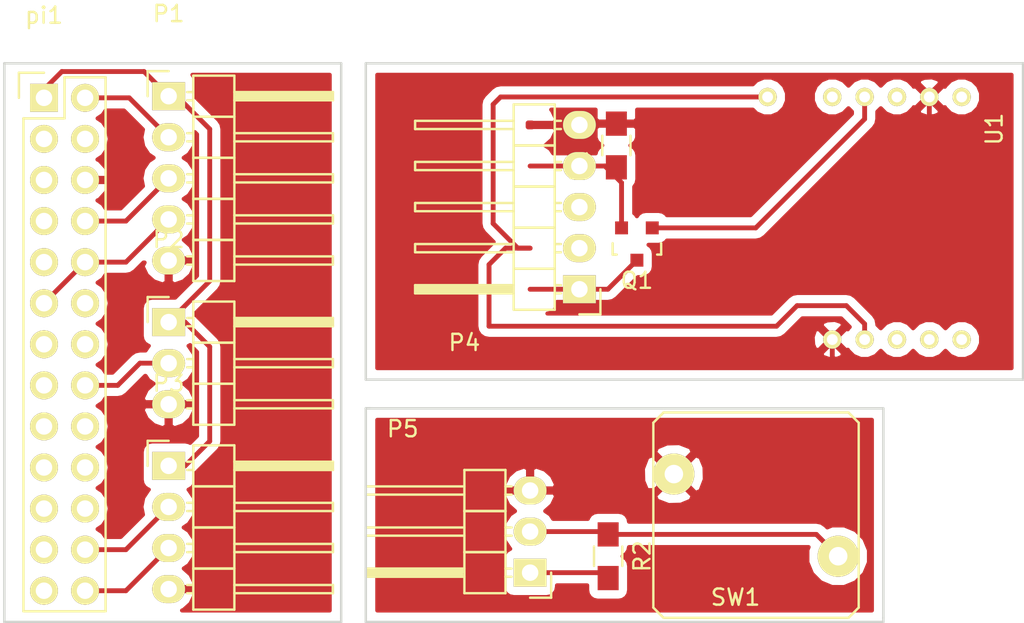
<source format=kicad_pcb>
(kicad_pcb (version 4) (host pcbnew 4.0.2+dfsg1-stable)

  (general
    (links 26)
    (no_connects 7)
    (area 108.800862 87.247 175.335001 126.059001)
    (thickness 1.6)
    (drawings 14)
    (tracks 73)
    (zones 0)
    (modules 11)
    (nets 41)
  )

  (page A4)
  (layers
    (0 F.Cu signal)
    (31 B.Cu signal)
    (32 B.Adhes user)
    (33 F.Adhes user)
    (34 B.Paste user)
    (35 F.Paste user)
    (36 B.SilkS user)
    (37 F.SilkS user)
    (38 B.Mask user)
    (39 F.Mask user)
    (40 Dwgs.User user)
    (41 Cmts.User user)
    (42 Eco1.User user)
    (43 Eco2.User user)
    (44 Edge.Cuts user)
    (45 Margin user)
    (46 B.CrtYd user)
    (47 F.CrtYd user)
    (48 B.Fab user)
    (49 F.Fab user)
  )

  (setup
    (last_trace_width 0.3)
    (trace_clearance 0.2)
    (zone_clearance 0.508)
    (zone_45_only no)
    (trace_min 0.2)
    (segment_width 0.2)
    (edge_width 0.15)
    (via_size 0.6)
    (via_drill 0.4)
    (via_min_size 0.4)
    (via_min_drill 0.3)
    (uvia_size 0.3)
    (uvia_drill 0.1)
    (uvias_allowed no)
    (uvia_min_size 0.2)
    (uvia_min_drill 0.1)
    (pcb_text_width 0.3)
    (pcb_text_size 1.5 1.5)
    (mod_edge_width 0.15)
    (mod_text_size 1 1)
    (mod_text_width 0.15)
    (pad_size 1.524 1.524)
    (pad_drill 0.762)
    (pad_to_mask_clearance 0.2)
    (aux_axis_origin 0 0)
    (visible_elements FFFFFF7F)
    (pcbplotparams
      (layerselection 0x01020_80000001)
      (usegerberextensions false)
      (excludeedgelayer true)
      (linewidth 0.100000)
      (plotframeref false)
      (viasonmask false)
      (mode 1)
      (useauxorigin false)
      (hpglpennumber 1)
      (hpglpenspeed 20)
      (hpglpendiameter 15)
      (hpglpenoverlay 2)
      (psnegative false)
      (psa4output false)
      (plotreference true)
      (plotvalue true)
      (plotinvisibletext false)
      (padsonsilk false)
      (subtractmaskfromsilk false)
      (outputformat 1)
      (mirror false)
      (drillshape 0)
      (scaleselection 1)
      (outputdirectory fabrication/))
  )

  (net 0 "")
  (net 1 +5V)
  (net 2 +3V3)
  (net 3 "Net-(P1-Pad3)")
  (net 4 /RX)
  (net 5 GND)
  (net 6 "Net-(P2-Pad2)")
  (net 7 "Net-(P3-Pad2)")
  (net 8 "Net-(P3-Pad3)")
  (net 9 /r3.3v)
  (net 10 "Net-(P4-Pad3)")
  (net 11 "Net-(P4-Pad4)")
  (net 12 "Net-(P4-Pad5)")
  (net 13 "Net-(P5-Pad1)")
  (net 14 "Net-(P5-Pad2)")
  (net 15 "Net-(P5-Pad3)")
  (net 16 "Net-(pi1-Pad3)")
  (net 17 "Net-(pi1-Pad4)")
  (net 18 "Net-(pi1-Pad5)")
  (net 19 "Net-(pi1-Pad7)")
  (net 20 "Net-(pi1-Pad9)")
  (net 21 "Net-(pi1-Pad12)")
  (net 22 "Net-(pi1-Pad13)")
  (net 23 "Net-(pi1-Pad14)")
  (net 24 "Net-(pi1-Pad15)")
  (net 25 "Net-(pi1-Pad17)")
  (net 26 "Net-(pi1-Pad18)")
  (net 27 "Net-(pi1-Pad19)")
  (net 28 "Net-(pi1-Pad20)")
  (net 29 "Net-(pi1-Pad21)")
  (net 30 "Net-(pi1-Pad22)")
  (net 31 "Net-(pi1-Pad23)")
  (net 32 "Net-(pi1-Pad25)")
  (net 33 "Net-(Q1-Pad1)")
  (net 34 "Net-(P4-Pad2)")
  (net 35 "Net-(U1-Pad6)")
  (net 36 "Net-(U1-Pad8)")
  (net 37 "Net-(U1-Pad10)")
  (net 38 "Net-(U1-Pad5)")
  (net 39 "Net-(U1-Pad4)")
  (net 40 "Net-(U1-Pad3)")

  (net_class Default "This is the default net class."
    (clearance 0.2)
    (trace_width 0.3)
    (via_dia 0.6)
    (via_drill 0.4)
    (uvia_dia 0.3)
    (uvia_drill 0.1)
    (add_net +3V3)
    (add_net +5V)
    (add_net /RX)
    (add_net /r3.3v)
    (add_net GND)
    (add_net "Net-(P1-Pad3)")
    (add_net "Net-(P2-Pad2)")
    (add_net "Net-(P3-Pad2)")
    (add_net "Net-(P3-Pad3)")
    (add_net "Net-(P4-Pad2)")
    (add_net "Net-(P4-Pad3)")
    (add_net "Net-(P4-Pad4)")
    (add_net "Net-(P4-Pad5)")
    (add_net "Net-(P5-Pad1)")
    (add_net "Net-(P5-Pad2)")
    (add_net "Net-(P5-Pad3)")
    (add_net "Net-(Q1-Pad1)")
    (add_net "Net-(U1-Pad10)")
    (add_net "Net-(U1-Pad3)")
    (add_net "Net-(U1-Pad4)")
    (add_net "Net-(U1-Pad5)")
    (add_net "Net-(U1-Pad6)")
    (add_net "Net-(U1-Pad8)")
    (add_net "Net-(pi1-Pad12)")
    (add_net "Net-(pi1-Pad13)")
    (add_net "Net-(pi1-Pad14)")
    (add_net "Net-(pi1-Pad15)")
    (add_net "Net-(pi1-Pad17)")
    (add_net "Net-(pi1-Pad18)")
    (add_net "Net-(pi1-Pad19)")
    (add_net "Net-(pi1-Pad20)")
    (add_net "Net-(pi1-Pad21)")
    (add_net "Net-(pi1-Pad22)")
    (add_net "Net-(pi1-Pad23)")
    (add_net "Net-(pi1-Pad25)")
    (add_net "Net-(pi1-Pad3)")
    (add_net "Net-(pi1-Pad4)")
    (add_net "Net-(pi1-Pad5)")
    (add_net "Net-(pi1-Pad7)")
    (add_net "Net-(pi1-Pad9)")
  )

  (module Pin_Headers:Pin_Header_Straight_2x13 (layer F.Cu) (tedit 0) (tstamp 57F05524)
    (at 111.6711 93.5736)
    (descr "Through hole pin header")
    (tags "pin header")
    (path /57F0190F)
    (fp_text reference pi1 (at 0 -5.1) (layer F.SilkS)
      (effects (font (size 1 1) (thickness 0.15)))
    )
    (fp_text value rpiPins (at 0 -3.1) (layer F.Fab)
      (effects (font (size 1 1) (thickness 0.15)))
    )
    (fp_line (start -1.75 -1.75) (end -1.75 32.25) (layer F.CrtYd) (width 0.05))
    (fp_line (start 4.3 -1.75) (end 4.3 32.25) (layer F.CrtYd) (width 0.05))
    (fp_line (start -1.75 -1.75) (end 4.3 -1.75) (layer F.CrtYd) (width 0.05))
    (fp_line (start -1.75 32.25) (end 4.3 32.25) (layer F.CrtYd) (width 0.05))
    (fp_line (start 3.81 -1.27) (end 3.81 31.75) (layer F.SilkS) (width 0.15))
    (fp_line (start -1.27 1.27) (end -1.27 31.75) (layer F.SilkS) (width 0.15))
    (fp_line (start 3.81 31.75) (end -1.27 31.75) (layer F.SilkS) (width 0.15))
    (fp_line (start 3.81 -1.27) (end 1.27 -1.27) (layer F.SilkS) (width 0.15))
    (fp_line (start 0 -1.55) (end -1.55 -1.55) (layer F.SilkS) (width 0.15))
    (fp_line (start 1.27 -1.27) (end 1.27 1.27) (layer F.SilkS) (width 0.15))
    (fp_line (start 1.27 1.27) (end -1.27 1.27) (layer F.SilkS) (width 0.15))
    (fp_line (start -1.55 -1.55) (end -1.55 0) (layer F.SilkS) (width 0.15))
    (pad 1 thru_hole rect (at 0 0) (size 1.7272 1.7272) (drill 1.016) (layers *.Cu *.Mask F.SilkS)
      (net 2 +3V3))
    (pad 2 thru_hole oval (at 2.54 0) (size 1.7272 1.7272) (drill 1.016) (layers *.Cu *.Mask F.SilkS)
      (net 1 +5V))
    (pad 3 thru_hole oval (at 0 2.54) (size 1.7272 1.7272) (drill 1.016) (layers *.Cu *.Mask F.SilkS)
      (net 16 "Net-(pi1-Pad3)"))
    (pad 4 thru_hole oval (at 2.54 2.54) (size 1.7272 1.7272) (drill 1.016) (layers *.Cu *.Mask F.SilkS)
      (net 17 "Net-(pi1-Pad4)"))
    (pad 5 thru_hole oval (at 0 5.08) (size 1.7272 1.7272) (drill 1.016) (layers *.Cu *.Mask F.SilkS)
      (net 18 "Net-(pi1-Pad5)"))
    (pad 6 thru_hole oval (at 2.54 5.08) (size 1.7272 1.7272) (drill 1.016) (layers *.Cu *.Mask F.SilkS)
      (net 5 GND))
    (pad 7 thru_hole oval (at 0 7.62) (size 1.7272 1.7272) (drill 1.016) (layers *.Cu *.Mask F.SilkS)
      (net 19 "Net-(pi1-Pad7)"))
    (pad 8 thru_hole oval (at 2.54 7.62) (size 1.7272 1.7272) (drill 1.016) (layers *.Cu *.Mask F.SilkS)
      (net 3 "Net-(P1-Pad3)"))
    (pad 9 thru_hole oval (at 0 10.16) (size 1.7272 1.7272) (drill 1.016) (layers *.Cu *.Mask F.SilkS)
      (net 20 "Net-(pi1-Pad9)"))
    (pad 10 thru_hole oval (at 2.54 10.16) (size 1.7272 1.7272) (drill 1.016) (layers *.Cu *.Mask F.SilkS)
      (net 4 /RX))
    (pad 11 thru_hole oval (at 0 12.7) (size 1.7272 1.7272) (drill 1.016) (layers *.Cu *.Mask F.SilkS)
      (net 4 /RX))
    (pad 12 thru_hole oval (at 2.54 12.7) (size 1.7272 1.7272) (drill 1.016) (layers *.Cu *.Mask F.SilkS)
      (net 21 "Net-(pi1-Pad12)"))
    (pad 13 thru_hole oval (at 0 15.24) (size 1.7272 1.7272) (drill 1.016) (layers *.Cu *.Mask F.SilkS)
      (net 22 "Net-(pi1-Pad13)"))
    (pad 14 thru_hole oval (at 2.54 15.24) (size 1.7272 1.7272) (drill 1.016) (layers *.Cu *.Mask F.SilkS)
      (net 23 "Net-(pi1-Pad14)"))
    (pad 15 thru_hole oval (at 0 17.78) (size 1.7272 1.7272) (drill 1.016) (layers *.Cu *.Mask F.SilkS)
      (net 24 "Net-(pi1-Pad15)"))
    (pad 16 thru_hole oval (at 2.54 17.78) (size 1.7272 1.7272) (drill 1.016) (layers *.Cu *.Mask F.SilkS)
      (net 6 "Net-(P2-Pad2)"))
    (pad 17 thru_hole oval (at 0 20.32) (size 1.7272 1.7272) (drill 1.016) (layers *.Cu *.Mask F.SilkS)
      (net 25 "Net-(pi1-Pad17)"))
    (pad 18 thru_hole oval (at 2.54 20.32) (size 1.7272 1.7272) (drill 1.016) (layers *.Cu *.Mask F.SilkS)
      (net 26 "Net-(pi1-Pad18)"))
    (pad 19 thru_hole oval (at 0 22.86) (size 1.7272 1.7272) (drill 1.016) (layers *.Cu *.Mask F.SilkS)
      (net 27 "Net-(pi1-Pad19)"))
    (pad 20 thru_hole oval (at 2.54 22.86) (size 1.7272 1.7272) (drill 1.016) (layers *.Cu *.Mask F.SilkS)
      (net 28 "Net-(pi1-Pad20)"))
    (pad 21 thru_hole oval (at 0 25.4) (size 1.7272 1.7272) (drill 1.016) (layers *.Cu *.Mask F.SilkS)
      (net 29 "Net-(pi1-Pad21)"))
    (pad 22 thru_hole oval (at 2.54 25.4) (size 1.7272 1.7272) (drill 1.016) (layers *.Cu *.Mask F.SilkS)
      (net 30 "Net-(pi1-Pad22)"))
    (pad 23 thru_hole oval (at 0 27.94) (size 1.7272 1.7272) (drill 1.016) (layers *.Cu *.Mask F.SilkS)
      (net 31 "Net-(pi1-Pad23)"))
    (pad 24 thru_hole oval (at 2.54 27.94) (size 1.7272 1.7272) (drill 1.016) (layers *.Cu *.Mask F.SilkS)
      (net 7 "Net-(P3-Pad2)"))
    (pad 25 thru_hole oval (at 0 30.48) (size 1.7272 1.7272) (drill 1.016) (layers *.Cu *.Mask F.SilkS)
      (net 32 "Net-(pi1-Pad25)"))
    (pad 26 thru_hole oval (at 2.54 30.48) (size 1.7272 1.7272) (drill 1.016) (layers *.Cu *.Mask F.SilkS)
      (net 8 "Net-(P3-Pad3)"))
    (model Pin_Headers.3dshapes/Pin_Header_Straight_2x13.wrl
      (at (xyz 0.05 -0.6 0))
      (scale (xyz 1 1 1))
      (rotate (xyz 0 0 90))
    )
  )

  (module Pin_Headers:Pin_Header_Angled_1x05 (layer F.Cu) (tedit 0) (tstamp 57F054E7)
    (at 119.38 93.472)
    (descr "Through hole pin header")
    (tags "pin header")
    (path /57EDDC69)
    (fp_text reference P1 (at 0 -5.1) (layer F.SilkS)
      (effects (font (size 1 1) (thickness 0.15)))
    )
    (fp_text value "RFID Reader" (at 0 -3.1) (layer F.Fab)
      (effects (font (size 1 1) (thickness 0.15)))
    )
    (fp_line (start -1.5 -1.75) (end -1.5 11.95) (layer F.CrtYd) (width 0.05))
    (fp_line (start 10.65 -1.75) (end 10.65 11.95) (layer F.CrtYd) (width 0.05))
    (fp_line (start -1.5 -1.75) (end 10.65 -1.75) (layer F.CrtYd) (width 0.05))
    (fp_line (start -1.5 11.95) (end 10.65 11.95) (layer F.CrtYd) (width 0.05))
    (fp_line (start -1.3 -1.55) (end -1.3 0) (layer F.SilkS) (width 0.15))
    (fp_line (start 0 -1.55) (end -1.3 -1.55) (layer F.SilkS) (width 0.15))
    (fp_line (start 4.191 -0.127) (end 10.033 -0.127) (layer F.SilkS) (width 0.15))
    (fp_line (start 10.033 -0.127) (end 10.033 0.127) (layer F.SilkS) (width 0.15))
    (fp_line (start 10.033 0.127) (end 4.191 0.127) (layer F.SilkS) (width 0.15))
    (fp_line (start 4.191 0.127) (end 4.191 0) (layer F.SilkS) (width 0.15))
    (fp_line (start 4.191 0) (end 10.033 0) (layer F.SilkS) (width 0.15))
    (fp_line (start 1.524 -0.254) (end 1.143 -0.254) (layer F.SilkS) (width 0.15))
    (fp_line (start 1.524 0.254) (end 1.143 0.254) (layer F.SilkS) (width 0.15))
    (fp_line (start 1.524 2.286) (end 1.143 2.286) (layer F.SilkS) (width 0.15))
    (fp_line (start 1.524 2.794) (end 1.143 2.794) (layer F.SilkS) (width 0.15))
    (fp_line (start 1.524 4.826) (end 1.143 4.826) (layer F.SilkS) (width 0.15))
    (fp_line (start 1.524 5.334) (end 1.143 5.334) (layer F.SilkS) (width 0.15))
    (fp_line (start 1.524 7.366) (end 1.143 7.366) (layer F.SilkS) (width 0.15))
    (fp_line (start 1.524 7.874) (end 1.143 7.874) (layer F.SilkS) (width 0.15))
    (fp_line (start 1.524 10.414) (end 1.143 10.414) (layer F.SilkS) (width 0.15))
    (fp_line (start 1.524 9.906) (end 1.143 9.906) (layer F.SilkS) (width 0.15))
    (fp_line (start 4.064 1.27) (end 4.064 -1.27) (layer F.SilkS) (width 0.15))
    (fp_line (start 10.16 0.254) (end 4.064 0.254) (layer F.SilkS) (width 0.15))
    (fp_line (start 10.16 -0.254) (end 10.16 0.254) (layer F.SilkS) (width 0.15))
    (fp_line (start 4.064 -0.254) (end 10.16 -0.254) (layer F.SilkS) (width 0.15))
    (fp_line (start 1.524 1.27) (end 4.064 1.27) (layer F.SilkS) (width 0.15))
    (fp_line (start 1.524 -1.27) (end 1.524 1.27) (layer F.SilkS) (width 0.15))
    (fp_line (start 1.524 -1.27) (end 4.064 -1.27) (layer F.SilkS) (width 0.15))
    (fp_line (start 1.524 3.81) (end 4.064 3.81) (layer F.SilkS) (width 0.15))
    (fp_line (start 1.524 3.81) (end 1.524 6.35) (layer F.SilkS) (width 0.15))
    (fp_line (start 1.524 6.35) (end 4.064 6.35) (layer F.SilkS) (width 0.15))
    (fp_line (start 4.064 4.826) (end 10.16 4.826) (layer F.SilkS) (width 0.15))
    (fp_line (start 10.16 4.826) (end 10.16 5.334) (layer F.SilkS) (width 0.15))
    (fp_line (start 10.16 5.334) (end 4.064 5.334) (layer F.SilkS) (width 0.15))
    (fp_line (start 4.064 6.35) (end 4.064 3.81) (layer F.SilkS) (width 0.15))
    (fp_line (start 4.064 3.81) (end 4.064 1.27) (layer F.SilkS) (width 0.15))
    (fp_line (start 10.16 2.794) (end 4.064 2.794) (layer F.SilkS) (width 0.15))
    (fp_line (start 10.16 2.286) (end 10.16 2.794) (layer F.SilkS) (width 0.15))
    (fp_line (start 4.064 2.286) (end 10.16 2.286) (layer F.SilkS) (width 0.15))
    (fp_line (start 1.524 3.81) (end 4.064 3.81) (layer F.SilkS) (width 0.15))
    (fp_line (start 1.524 1.27) (end 1.524 3.81) (layer F.SilkS) (width 0.15))
    (fp_line (start 1.524 1.27) (end 4.064 1.27) (layer F.SilkS) (width 0.15))
    (fp_line (start 1.524 8.89) (end 4.064 8.89) (layer F.SilkS) (width 0.15))
    (fp_line (start 1.524 8.89) (end 1.524 11.43) (layer F.SilkS) (width 0.15))
    (fp_line (start 1.524 11.43) (end 4.064 11.43) (layer F.SilkS) (width 0.15))
    (fp_line (start 4.064 9.906) (end 10.16 9.906) (layer F.SilkS) (width 0.15))
    (fp_line (start 10.16 9.906) (end 10.16 10.414) (layer F.SilkS) (width 0.15))
    (fp_line (start 10.16 10.414) (end 4.064 10.414) (layer F.SilkS) (width 0.15))
    (fp_line (start 4.064 11.43) (end 4.064 8.89) (layer F.SilkS) (width 0.15))
    (fp_line (start 4.064 8.89) (end 4.064 6.35) (layer F.SilkS) (width 0.15))
    (fp_line (start 10.16 7.874) (end 4.064 7.874) (layer F.SilkS) (width 0.15))
    (fp_line (start 10.16 7.366) (end 10.16 7.874) (layer F.SilkS) (width 0.15))
    (fp_line (start 4.064 7.366) (end 10.16 7.366) (layer F.SilkS) (width 0.15))
    (fp_line (start 1.524 8.89) (end 4.064 8.89) (layer F.SilkS) (width 0.15))
    (fp_line (start 1.524 6.35) (end 1.524 8.89) (layer F.SilkS) (width 0.15))
    (fp_line (start 1.524 6.35) (end 4.064 6.35) (layer F.SilkS) (width 0.15))
    (pad 1 thru_hole rect (at 0 0) (size 2.032 1.7272) (drill 1.016) (layers *.Cu *.Mask F.SilkS)
      (net 2 +3V3))
    (pad 2 thru_hole oval (at 0 2.54) (size 2.032 1.7272) (drill 1.016) (layers *.Cu *.Mask F.SilkS)
      (net 1 +5V))
    (pad 3 thru_hole oval (at 0 5.08) (size 2.032 1.7272) (drill 1.016) (layers *.Cu *.Mask F.SilkS)
      (net 3 "Net-(P1-Pad3)"))
    (pad 4 thru_hole oval (at 0 7.62) (size 2.032 1.7272) (drill 1.016) (layers *.Cu *.Mask F.SilkS)
      (net 4 /RX))
    (pad 5 thru_hole oval (at 0 10.16) (size 2.032 1.7272) (drill 1.016) (layers *.Cu *.Mask F.SilkS)
      (net 5 GND))
    (model Pin_Headers.3dshapes/Pin_Header_Angled_1x05.wrl
      (at (xyz 0 -0.2 0))
      (scale (xyz 1 1 1))
      (rotate (xyz 0 0 90))
    )
  )

  (module Pin_Headers:Pin_Header_Angled_1x03 (layer F.Cu) (tedit 0) (tstamp 57F054EE)
    (at 119.38 107.442)
    (descr "Through hole pin header")
    (tags "pin header")
    (path /57EDDED4)
    (fp_text reference P2 (at 0 -5.1) (layer F.SilkS)
      (effects (font (size 1 1) (thickness 0.15)))
    )
    (fp_text value "Lock Button" (at 0 -3.1) (layer F.Fab)
      (effects (font (size 1 1) (thickness 0.15)))
    )
    (fp_line (start -1.5 -1.75) (end -1.5 6.85) (layer F.CrtYd) (width 0.05))
    (fp_line (start 10.65 -1.75) (end 10.65 6.85) (layer F.CrtYd) (width 0.05))
    (fp_line (start -1.5 -1.75) (end 10.65 -1.75) (layer F.CrtYd) (width 0.05))
    (fp_line (start -1.5 6.85) (end 10.65 6.85) (layer F.CrtYd) (width 0.05))
    (fp_line (start -1.3 -1.55) (end -1.3 0) (layer F.SilkS) (width 0.15))
    (fp_line (start 0 -1.55) (end -1.3 -1.55) (layer F.SilkS) (width 0.15))
    (fp_line (start 4.191 -0.127) (end 10.033 -0.127) (layer F.SilkS) (width 0.15))
    (fp_line (start 10.033 -0.127) (end 10.033 0.127) (layer F.SilkS) (width 0.15))
    (fp_line (start 10.033 0.127) (end 4.191 0.127) (layer F.SilkS) (width 0.15))
    (fp_line (start 4.191 0.127) (end 4.191 0) (layer F.SilkS) (width 0.15))
    (fp_line (start 4.191 0) (end 10.033 0) (layer F.SilkS) (width 0.15))
    (fp_line (start 1.524 -0.254) (end 1.143 -0.254) (layer F.SilkS) (width 0.15))
    (fp_line (start 1.524 0.254) (end 1.143 0.254) (layer F.SilkS) (width 0.15))
    (fp_line (start 1.524 2.286) (end 1.143 2.286) (layer F.SilkS) (width 0.15))
    (fp_line (start 1.524 2.794) (end 1.143 2.794) (layer F.SilkS) (width 0.15))
    (fp_line (start 1.524 4.826) (end 1.143 4.826) (layer F.SilkS) (width 0.15))
    (fp_line (start 1.524 5.334) (end 1.143 5.334) (layer F.SilkS) (width 0.15))
    (fp_line (start 4.064 1.27) (end 4.064 -1.27) (layer F.SilkS) (width 0.15))
    (fp_line (start 10.16 0.254) (end 4.064 0.254) (layer F.SilkS) (width 0.15))
    (fp_line (start 10.16 -0.254) (end 10.16 0.254) (layer F.SilkS) (width 0.15))
    (fp_line (start 4.064 -0.254) (end 10.16 -0.254) (layer F.SilkS) (width 0.15))
    (fp_line (start 1.524 1.27) (end 4.064 1.27) (layer F.SilkS) (width 0.15))
    (fp_line (start 1.524 -1.27) (end 1.524 1.27) (layer F.SilkS) (width 0.15))
    (fp_line (start 1.524 -1.27) (end 4.064 -1.27) (layer F.SilkS) (width 0.15))
    (fp_line (start 1.524 3.81) (end 4.064 3.81) (layer F.SilkS) (width 0.15))
    (fp_line (start 1.524 3.81) (end 1.524 6.35) (layer F.SilkS) (width 0.15))
    (fp_line (start 4.064 4.826) (end 10.16 4.826) (layer F.SilkS) (width 0.15))
    (fp_line (start 10.16 4.826) (end 10.16 5.334) (layer F.SilkS) (width 0.15))
    (fp_line (start 10.16 5.334) (end 4.064 5.334) (layer F.SilkS) (width 0.15))
    (fp_line (start 4.064 6.35) (end 4.064 3.81) (layer F.SilkS) (width 0.15))
    (fp_line (start 4.064 3.81) (end 4.064 1.27) (layer F.SilkS) (width 0.15))
    (fp_line (start 10.16 2.794) (end 4.064 2.794) (layer F.SilkS) (width 0.15))
    (fp_line (start 10.16 2.286) (end 10.16 2.794) (layer F.SilkS) (width 0.15))
    (fp_line (start 4.064 2.286) (end 10.16 2.286) (layer F.SilkS) (width 0.15))
    (fp_line (start 1.524 3.81) (end 4.064 3.81) (layer F.SilkS) (width 0.15))
    (fp_line (start 1.524 1.27) (end 1.524 3.81) (layer F.SilkS) (width 0.15))
    (fp_line (start 1.524 1.27) (end 4.064 1.27) (layer F.SilkS) (width 0.15))
    (fp_line (start 1.524 6.35) (end 4.064 6.35) (layer F.SilkS) (width 0.15))
    (pad 1 thru_hole rect (at 0 0) (size 2.032 1.7272) (drill 1.016) (layers *.Cu *.Mask F.SilkS)
      (net 2 +3V3))
    (pad 2 thru_hole oval (at 0 2.54) (size 2.032 1.7272) (drill 1.016) (layers *.Cu *.Mask F.SilkS)
      (net 6 "Net-(P2-Pad2)"))
    (pad 3 thru_hole oval (at 0 5.08) (size 2.032 1.7272) (drill 1.016) (layers *.Cu *.Mask F.SilkS)
      (net 5 GND))
    (model Pin_Headers.3dshapes/Pin_Header_Angled_1x03.wrl
      (at (xyz 0 -0.1 0))
      (scale (xyz 1 1 1))
      (rotate (xyz 0 0 90))
    )
  )

  (module Pin_Headers:Pin_Header_Angled_1x04 (layer F.Cu) (tedit 0) (tstamp 57F054F6)
    (at 119.38 116.332)
    (descr "Through hole pin header")
    (tags "pin header")
    (path /57EDDDE7)
    (fp_text reference P3 (at 0 -5.1) (layer F.SilkS)
      (effects (font (size 1 1) (thickness 0.15)))
    )
    (fp_text value Lock/Unlock (at 0 -3.1) (layer F.Fab)
      (effects (font (size 1 1) (thickness 0.15)))
    )
    (fp_line (start -1.5 -1.75) (end -1.5 9.4) (layer F.CrtYd) (width 0.05))
    (fp_line (start 10.65 -1.75) (end 10.65 9.4) (layer F.CrtYd) (width 0.05))
    (fp_line (start -1.5 -1.75) (end 10.65 -1.75) (layer F.CrtYd) (width 0.05))
    (fp_line (start -1.5 9.4) (end 10.65 9.4) (layer F.CrtYd) (width 0.05))
    (fp_line (start -1.3 -1.55) (end -1.3 0) (layer F.SilkS) (width 0.15))
    (fp_line (start 0 -1.55) (end -1.3 -1.55) (layer F.SilkS) (width 0.15))
    (fp_line (start 4.191 -0.127) (end 10.033 -0.127) (layer F.SilkS) (width 0.15))
    (fp_line (start 10.033 -0.127) (end 10.033 0.127) (layer F.SilkS) (width 0.15))
    (fp_line (start 10.033 0.127) (end 4.191 0.127) (layer F.SilkS) (width 0.15))
    (fp_line (start 4.191 0.127) (end 4.191 0) (layer F.SilkS) (width 0.15))
    (fp_line (start 4.191 0) (end 10.033 0) (layer F.SilkS) (width 0.15))
    (fp_line (start 1.524 -0.254) (end 1.143 -0.254) (layer F.SilkS) (width 0.15))
    (fp_line (start 1.524 0.254) (end 1.143 0.254) (layer F.SilkS) (width 0.15))
    (fp_line (start 1.524 2.286) (end 1.143 2.286) (layer F.SilkS) (width 0.15))
    (fp_line (start 1.524 2.794) (end 1.143 2.794) (layer F.SilkS) (width 0.15))
    (fp_line (start 1.524 4.826) (end 1.143 4.826) (layer F.SilkS) (width 0.15))
    (fp_line (start 1.524 5.334) (end 1.143 5.334) (layer F.SilkS) (width 0.15))
    (fp_line (start 1.524 7.874) (end 1.143 7.874) (layer F.SilkS) (width 0.15))
    (fp_line (start 1.524 7.366) (end 1.143 7.366) (layer F.SilkS) (width 0.15))
    (fp_line (start 1.524 -1.27) (end 4.064 -1.27) (layer F.SilkS) (width 0.15))
    (fp_line (start 1.524 1.27) (end 4.064 1.27) (layer F.SilkS) (width 0.15))
    (fp_line (start 1.524 1.27) (end 1.524 3.81) (layer F.SilkS) (width 0.15))
    (fp_line (start 1.524 3.81) (end 4.064 3.81) (layer F.SilkS) (width 0.15))
    (fp_line (start 4.064 2.286) (end 10.16 2.286) (layer F.SilkS) (width 0.15))
    (fp_line (start 10.16 2.286) (end 10.16 2.794) (layer F.SilkS) (width 0.15))
    (fp_line (start 10.16 2.794) (end 4.064 2.794) (layer F.SilkS) (width 0.15))
    (fp_line (start 4.064 3.81) (end 4.064 1.27) (layer F.SilkS) (width 0.15))
    (fp_line (start 4.064 1.27) (end 4.064 -1.27) (layer F.SilkS) (width 0.15))
    (fp_line (start 10.16 0.254) (end 4.064 0.254) (layer F.SilkS) (width 0.15))
    (fp_line (start 10.16 -0.254) (end 10.16 0.254) (layer F.SilkS) (width 0.15))
    (fp_line (start 4.064 -0.254) (end 10.16 -0.254) (layer F.SilkS) (width 0.15))
    (fp_line (start 1.524 1.27) (end 4.064 1.27) (layer F.SilkS) (width 0.15))
    (fp_line (start 1.524 -1.27) (end 1.524 1.27) (layer F.SilkS) (width 0.15))
    (fp_line (start 1.524 6.35) (end 4.064 6.35) (layer F.SilkS) (width 0.15))
    (fp_line (start 1.524 6.35) (end 1.524 8.89) (layer F.SilkS) (width 0.15))
    (fp_line (start 1.524 8.89) (end 4.064 8.89) (layer F.SilkS) (width 0.15))
    (fp_line (start 4.064 7.366) (end 10.16 7.366) (layer F.SilkS) (width 0.15))
    (fp_line (start 10.16 7.366) (end 10.16 7.874) (layer F.SilkS) (width 0.15))
    (fp_line (start 10.16 7.874) (end 4.064 7.874) (layer F.SilkS) (width 0.15))
    (fp_line (start 4.064 8.89) (end 4.064 6.35) (layer F.SilkS) (width 0.15))
    (fp_line (start 4.064 6.35) (end 4.064 3.81) (layer F.SilkS) (width 0.15))
    (fp_line (start 10.16 5.334) (end 4.064 5.334) (layer F.SilkS) (width 0.15))
    (fp_line (start 10.16 4.826) (end 10.16 5.334) (layer F.SilkS) (width 0.15))
    (fp_line (start 4.064 4.826) (end 10.16 4.826) (layer F.SilkS) (width 0.15))
    (fp_line (start 1.524 6.35) (end 4.064 6.35) (layer F.SilkS) (width 0.15))
    (fp_line (start 1.524 3.81) (end 1.524 6.35) (layer F.SilkS) (width 0.15))
    (fp_line (start 1.524 3.81) (end 4.064 3.81) (layer F.SilkS) (width 0.15))
    (pad 1 thru_hole rect (at 0 0) (size 2.032 1.7272) (drill 1.016) (layers *.Cu *.Mask F.SilkS)
      (net 2 +3V3))
    (pad 2 thru_hole oval (at 0 2.54) (size 2.032 1.7272) (drill 1.016) (layers *.Cu *.Mask F.SilkS)
      (net 7 "Net-(P3-Pad2)"))
    (pad 3 thru_hole oval (at 0 5.08) (size 2.032 1.7272) (drill 1.016) (layers *.Cu *.Mask F.SilkS)
      (net 8 "Net-(P3-Pad3)"))
    (pad 4 thru_hole oval (at 0 7.62) (size 2.032 1.7272) (drill 1.016) (layers *.Cu *.Mask F.SilkS)
      (net 5 GND))
    (model Pin_Headers.3dshapes/Pin_Header_Angled_1x04.wrl
      (at (xyz 0 -0.15 0))
      (scale (xyz 1 1 1))
      (rotate (xyz 0 0 90))
    )
  )

  (module Pin_Headers:Pin_Header_Angled_1x05 (layer F.Cu) (tedit 5812BC3B) (tstamp 57F054FF)
    (at 144.78 105.41 180)
    (descr "Through hole pin header")
    (tags "pin header")
    (path /57EDEA73)
    (fp_text reference P4 (at 7.112 -3.302 180) (layer F.SilkS)
      (effects (font (size 1 1) (thickness 0.15)))
    )
    (fp_text value "RFID Reader" (at 0 -3.1 180) (layer F.Fab)
      (effects (font (size 1 1) (thickness 0.15)))
    )
    (fp_line (start -1.5 -1.75) (end -1.5 11.95) (layer F.CrtYd) (width 0.05))
    (fp_line (start 10.65 -1.75) (end 10.65 11.95) (layer F.CrtYd) (width 0.05))
    (fp_line (start -1.5 -1.75) (end 10.65 -1.75) (layer F.CrtYd) (width 0.05))
    (fp_line (start -1.5 11.95) (end 10.65 11.95) (layer F.CrtYd) (width 0.05))
    (fp_line (start -1.3 -1.55) (end -1.3 0) (layer F.SilkS) (width 0.15))
    (fp_line (start 0 -1.55) (end -1.3 -1.55) (layer F.SilkS) (width 0.15))
    (fp_line (start 4.191 -0.127) (end 10.033 -0.127) (layer F.SilkS) (width 0.15))
    (fp_line (start 10.033 -0.127) (end 10.033 0.127) (layer F.SilkS) (width 0.15))
    (fp_line (start 10.033 0.127) (end 4.191 0.127) (layer F.SilkS) (width 0.15))
    (fp_line (start 4.191 0.127) (end 4.191 0) (layer F.SilkS) (width 0.15))
    (fp_line (start 4.191 0) (end 10.033 0) (layer F.SilkS) (width 0.15))
    (fp_line (start 1.524 -0.254) (end 1.143 -0.254) (layer F.SilkS) (width 0.15))
    (fp_line (start 1.524 0.254) (end 1.143 0.254) (layer F.SilkS) (width 0.15))
    (fp_line (start 1.524 2.286) (end 1.143 2.286) (layer F.SilkS) (width 0.15))
    (fp_line (start 1.524 2.794) (end 1.143 2.794) (layer F.SilkS) (width 0.15))
    (fp_line (start 1.524 4.826) (end 1.143 4.826) (layer F.SilkS) (width 0.15))
    (fp_line (start 1.524 5.334) (end 1.143 5.334) (layer F.SilkS) (width 0.15))
    (fp_line (start 1.524 7.366) (end 1.143 7.366) (layer F.SilkS) (width 0.15))
    (fp_line (start 1.524 7.874) (end 1.143 7.874) (layer F.SilkS) (width 0.15))
    (fp_line (start 1.524 10.414) (end 1.143 10.414) (layer F.SilkS) (width 0.15))
    (fp_line (start 1.524 9.906) (end 1.143 9.906) (layer F.SilkS) (width 0.15))
    (fp_line (start 4.064 1.27) (end 4.064 -1.27) (layer F.SilkS) (width 0.15))
    (fp_line (start 10.16 0.254) (end 4.064 0.254) (layer F.SilkS) (width 0.15))
    (fp_line (start 10.16 -0.254) (end 10.16 0.254) (layer F.SilkS) (width 0.15))
    (fp_line (start 4.064 -0.254) (end 10.16 -0.254) (layer F.SilkS) (width 0.15))
    (fp_line (start 1.524 1.27) (end 4.064 1.27) (layer F.SilkS) (width 0.15))
    (fp_line (start 1.524 -1.27) (end 1.524 1.27) (layer F.SilkS) (width 0.15))
    (fp_line (start 1.524 -1.27) (end 4.064 -1.27) (layer F.SilkS) (width 0.15))
    (fp_line (start 1.524 3.81) (end 4.064 3.81) (layer F.SilkS) (width 0.15))
    (fp_line (start 1.524 3.81) (end 1.524 6.35) (layer F.SilkS) (width 0.15))
    (fp_line (start 1.524 6.35) (end 4.064 6.35) (layer F.SilkS) (width 0.15))
    (fp_line (start 4.064 4.826) (end 10.16 4.826) (layer F.SilkS) (width 0.15))
    (fp_line (start 10.16 4.826) (end 10.16 5.334) (layer F.SilkS) (width 0.15))
    (fp_line (start 10.16 5.334) (end 4.064 5.334) (layer F.SilkS) (width 0.15))
    (fp_line (start 4.064 6.35) (end 4.064 3.81) (layer F.SilkS) (width 0.15))
    (fp_line (start 4.064 3.81) (end 4.064 1.27) (layer F.SilkS) (width 0.15))
    (fp_line (start 10.16 2.794) (end 4.064 2.794) (layer F.SilkS) (width 0.15))
    (fp_line (start 10.16 2.286) (end 10.16 2.794) (layer F.SilkS) (width 0.15))
    (fp_line (start 4.064 2.286) (end 10.16 2.286) (layer F.SilkS) (width 0.15))
    (fp_line (start 1.524 3.81) (end 4.064 3.81) (layer F.SilkS) (width 0.15))
    (fp_line (start 1.524 1.27) (end 1.524 3.81) (layer F.SilkS) (width 0.15))
    (fp_line (start 1.524 1.27) (end 4.064 1.27) (layer F.SilkS) (width 0.15))
    (fp_line (start 1.524 8.89) (end 4.064 8.89) (layer F.SilkS) (width 0.15))
    (fp_line (start 1.524 8.89) (end 1.524 11.43) (layer F.SilkS) (width 0.15))
    (fp_line (start 1.524 11.43) (end 4.064 11.43) (layer F.SilkS) (width 0.15))
    (fp_line (start 4.064 9.906) (end 10.16 9.906) (layer F.SilkS) (width 0.15))
    (fp_line (start 10.16 9.906) (end 10.16 10.414) (layer F.SilkS) (width 0.15))
    (fp_line (start 10.16 10.414) (end 4.064 10.414) (layer F.SilkS) (width 0.15))
    (fp_line (start 4.064 11.43) (end 4.064 8.89) (layer F.SilkS) (width 0.15))
    (fp_line (start 4.064 8.89) (end 4.064 6.35) (layer F.SilkS) (width 0.15))
    (fp_line (start 10.16 7.874) (end 4.064 7.874) (layer F.SilkS) (width 0.15))
    (fp_line (start 10.16 7.366) (end 10.16 7.874) (layer F.SilkS) (width 0.15))
    (fp_line (start 4.064 7.366) (end 10.16 7.366) (layer F.SilkS) (width 0.15))
    (fp_line (start 1.524 8.89) (end 4.064 8.89) (layer F.SilkS) (width 0.15))
    (fp_line (start 1.524 6.35) (end 1.524 8.89) (layer F.SilkS) (width 0.15))
    (fp_line (start 1.524 6.35) (end 4.064 6.35) (layer F.SilkS) (width 0.15))
    (pad 1 thru_hole rect (at 0 0 180) (size 2.032 1.7272) (drill 1.016) (layers *.Cu *.Mask F.SilkS)
      (net 9 /r3.3v))
    (pad 2 thru_hole oval (at 0 2.54 180) (size 2.032 1.7272) (drill 1.016) (layers *.Cu *.Mask F.SilkS)
      (net 34 "Net-(P4-Pad2)"))
    (pad 3 thru_hole oval (at 0 5.08 180) (size 2.032 1.7272) (drill 1.016) (layers *.Cu *.Mask F.SilkS)
      (net 10 "Net-(P4-Pad3)"))
    (pad 4 thru_hole oval (at 0 7.62 180) (size 2.032 1.7272) (drill 1.016) (layers *.Cu *.Mask F.SilkS)
      (net 11 "Net-(P4-Pad4)"))
    (pad 5 thru_hole oval (at 0 10.16 180) (size 2.032 1.7272) (drill 1.016) (layers *.Cu *.Mask F.SilkS)
      (net 12 "Net-(P4-Pad5)"))
    (model Pin_Headers.3dshapes/Pin_Header_Angled_1x05.wrl
      (at (xyz 0 -0.2 0))
      (scale (xyz 1 1 1))
      (rotate (xyz 0 0 90))
    )
  )

  (module Pin_Headers:Pin_Header_Angled_1x03 (layer F.Cu) (tedit 5812BBDE) (tstamp 57F05506)
    (at 141.732 122.936 180)
    (descr "Through hole pin header")
    (tags "pin header")
    (path /57EDE86B)
    (fp_text reference P5 (at 7.874 8.89 180) (layer F.SilkS)
      (effects (font (size 1 1) (thickness 0.15)))
    )
    (fp_text value "Lock Button" (at 1.778 8.89 180) (layer F.Fab)
      (effects (font (size 1 1) (thickness 0.15)))
    )
    (fp_line (start -1.5 -1.75) (end -1.5 6.85) (layer F.CrtYd) (width 0.05))
    (fp_line (start 10.65 -1.75) (end 10.65 6.85) (layer F.CrtYd) (width 0.05))
    (fp_line (start -1.5 -1.75) (end 10.65 -1.75) (layer F.CrtYd) (width 0.05))
    (fp_line (start -1.5 6.85) (end 10.65 6.85) (layer F.CrtYd) (width 0.05))
    (fp_line (start -1.3 -1.55) (end -1.3 0) (layer F.SilkS) (width 0.15))
    (fp_line (start 0 -1.55) (end -1.3 -1.55) (layer F.SilkS) (width 0.15))
    (fp_line (start 4.191 -0.127) (end 10.033 -0.127) (layer F.SilkS) (width 0.15))
    (fp_line (start 10.033 -0.127) (end 10.033 0.127) (layer F.SilkS) (width 0.15))
    (fp_line (start 10.033 0.127) (end 4.191 0.127) (layer F.SilkS) (width 0.15))
    (fp_line (start 4.191 0.127) (end 4.191 0) (layer F.SilkS) (width 0.15))
    (fp_line (start 4.191 0) (end 10.033 0) (layer F.SilkS) (width 0.15))
    (fp_line (start 1.524 -0.254) (end 1.143 -0.254) (layer F.SilkS) (width 0.15))
    (fp_line (start 1.524 0.254) (end 1.143 0.254) (layer F.SilkS) (width 0.15))
    (fp_line (start 1.524 2.286) (end 1.143 2.286) (layer F.SilkS) (width 0.15))
    (fp_line (start 1.524 2.794) (end 1.143 2.794) (layer F.SilkS) (width 0.15))
    (fp_line (start 1.524 4.826) (end 1.143 4.826) (layer F.SilkS) (width 0.15))
    (fp_line (start 1.524 5.334) (end 1.143 5.334) (layer F.SilkS) (width 0.15))
    (fp_line (start 4.064 1.27) (end 4.064 -1.27) (layer F.SilkS) (width 0.15))
    (fp_line (start 10.16 0.254) (end 4.064 0.254) (layer F.SilkS) (width 0.15))
    (fp_line (start 10.16 -0.254) (end 10.16 0.254) (layer F.SilkS) (width 0.15))
    (fp_line (start 4.064 -0.254) (end 10.16 -0.254) (layer F.SilkS) (width 0.15))
    (fp_line (start 1.524 1.27) (end 4.064 1.27) (layer F.SilkS) (width 0.15))
    (fp_line (start 1.524 -1.27) (end 1.524 1.27) (layer F.SilkS) (width 0.15))
    (fp_line (start 1.524 -1.27) (end 4.064 -1.27) (layer F.SilkS) (width 0.15))
    (fp_line (start 1.524 3.81) (end 4.064 3.81) (layer F.SilkS) (width 0.15))
    (fp_line (start 1.524 3.81) (end 1.524 6.35) (layer F.SilkS) (width 0.15))
    (fp_line (start 4.064 4.826) (end 10.16 4.826) (layer F.SilkS) (width 0.15))
    (fp_line (start 10.16 4.826) (end 10.16 5.334) (layer F.SilkS) (width 0.15))
    (fp_line (start 10.16 5.334) (end 4.064 5.334) (layer F.SilkS) (width 0.15))
    (fp_line (start 4.064 6.35) (end 4.064 3.81) (layer F.SilkS) (width 0.15))
    (fp_line (start 4.064 3.81) (end 4.064 1.27) (layer F.SilkS) (width 0.15))
    (fp_line (start 10.16 2.794) (end 4.064 2.794) (layer F.SilkS) (width 0.15))
    (fp_line (start 10.16 2.286) (end 10.16 2.794) (layer F.SilkS) (width 0.15))
    (fp_line (start 4.064 2.286) (end 10.16 2.286) (layer F.SilkS) (width 0.15))
    (fp_line (start 1.524 3.81) (end 4.064 3.81) (layer F.SilkS) (width 0.15))
    (fp_line (start 1.524 1.27) (end 1.524 3.81) (layer F.SilkS) (width 0.15))
    (fp_line (start 1.524 1.27) (end 4.064 1.27) (layer F.SilkS) (width 0.15))
    (fp_line (start 1.524 6.35) (end 4.064 6.35) (layer F.SilkS) (width 0.15))
    (pad 1 thru_hole rect (at 0 0 180) (size 2.032 1.7272) (drill 1.016) (layers *.Cu *.Mask F.SilkS)
      (net 13 "Net-(P5-Pad1)"))
    (pad 2 thru_hole oval (at 0 2.54 180) (size 2.032 1.7272) (drill 1.016) (layers *.Cu *.Mask F.SilkS)
      (net 14 "Net-(P5-Pad2)"))
    (pad 3 thru_hole oval (at 0 5.08 180) (size 2.032 1.7272) (drill 1.016) (layers *.Cu *.Mask F.SilkS)
      (net 15 "Net-(P5-Pad3)"))
    (model Pin_Headers.3dshapes/Pin_Header_Angled_1x03.wrl
      (at (xyz 0 -0.1 0))
      (scale (xyz 1 1 1))
      (rotate (xyz 0 0 90))
    )
  )

  (module TO_SOT_Packages_SMD:SOT-23 (layer F.Cu) (tedit 5812BC2D) (tstamp 57F0552B)
    (at 148.336 102.616 180)
    (descr "SOT-23, Standard")
    (tags SOT-23)
    (path /57EFDCF1)
    (attr smd)
    (fp_text reference Q1 (at 0 -2.25 180) (layer F.SilkS)
      (effects (font (size 1 1) (thickness 0.15)))
    )
    (fp_text value BSS138 (at -4.064 -2.54 180) (layer F.Fab)
      (effects (font (size 1 1) (thickness 0.15)))
    )
    (fp_line (start -1.65 -1.6) (end 1.65 -1.6) (layer F.CrtYd) (width 0.05))
    (fp_line (start 1.65 -1.6) (end 1.65 1.6) (layer F.CrtYd) (width 0.05))
    (fp_line (start 1.65 1.6) (end -1.65 1.6) (layer F.CrtYd) (width 0.05))
    (fp_line (start -1.65 1.6) (end -1.65 -1.6) (layer F.CrtYd) (width 0.05))
    (fp_line (start 1.29916 -0.65024) (end 1.2509 -0.65024) (layer F.SilkS) (width 0.15))
    (fp_line (start -1.49982 0.0508) (end -1.49982 -0.65024) (layer F.SilkS) (width 0.15))
    (fp_line (start -1.49982 -0.65024) (end -1.2509 -0.65024) (layer F.SilkS) (width 0.15))
    (fp_line (start 1.29916 -0.65024) (end 1.49982 -0.65024) (layer F.SilkS) (width 0.15))
    (fp_line (start 1.49982 -0.65024) (end 1.49982 0.0508) (layer F.SilkS) (width 0.15))
    (pad 1 smd rect (at -0.95 1.00076 180) (size 0.8001 0.8001) (layers F.Cu F.Paste F.Mask)
      (net 33 "Net-(Q1-Pad1)"))
    (pad 2 smd rect (at 0.95 1.00076 180) (size 0.8001 0.8001) (layers F.Cu F.Paste F.Mask)
      (net 11 "Net-(P4-Pad4)"))
    (pad 3 smd rect (at 0 -0.99822 180) (size 0.8001 0.8001) (layers F.Cu F.Paste F.Mask)
      (net 9 /r3.3v))
    (model TO_SOT_Packages_SMD.3dshapes/SOT-23.wrl
      (at (xyz 0 0 0))
      (scale (xyz 1 1 1))
      (rotate (xyz 0 0 0))
    )
  )

  (module Resistors_SMD:R_0805_HandSoldering (layer F.Cu) (tedit 5812BC33) (tstamp 57F05531)
    (at 147.066 96.52 90)
    (descr "Resistor SMD 0805, hand soldering")
    (tags "resistor 0805")
    (path /57EFD821)
    (attr smd)
    (fp_text reference R1 (at -1.27 -2.286 90) (layer F.SilkS)
      (effects (font (size 1 1) (thickness 0.15)))
    )
    (fp_text value 1k (at 0 2.1 90) (layer F.Fab)
      (effects (font (size 1 1) (thickness 0.15)))
    )
    (fp_line (start -2.4 -1) (end 2.4 -1) (layer F.CrtYd) (width 0.05))
    (fp_line (start -2.4 1) (end 2.4 1) (layer F.CrtYd) (width 0.05))
    (fp_line (start -2.4 -1) (end -2.4 1) (layer F.CrtYd) (width 0.05))
    (fp_line (start 2.4 -1) (end 2.4 1) (layer F.CrtYd) (width 0.05))
    (fp_line (start 0.6 0.875) (end -0.6 0.875) (layer F.SilkS) (width 0.15))
    (fp_line (start -0.6 -0.875) (end 0.6 -0.875) (layer F.SilkS) (width 0.15))
    (pad 1 smd rect (at -1.35 0 90) (size 1.5 1.3) (layers F.Cu F.Paste F.Mask)
      (net 11 "Net-(P4-Pad4)"))
    (pad 2 smd rect (at 1.35 0 90) (size 1.5 1.3) (layers F.Cu F.Paste F.Mask)
      (net 12 "Net-(P4-Pad5)"))
    (model Resistors_SMD.3dshapes/R_0805_HandSoldering.wrl
      (at (xyz 0 0 0))
      (scale (xyz 1 1 1))
      (rotate (xyz 0 0 0))
    )
  )

  (module Resistors_SMD:R_0805_HandSoldering (layer F.Cu) (tedit 54189DEE) (tstamp 57F05537)
    (at 146.558 121.92 270)
    (descr "Resistor SMD 0805, hand soldering")
    (tags "resistor 0805")
    (path /57EFBD3E)
    (attr smd)
    (fp_text reference R2 (at 0 -2.1 270) (layer F.SilkS)
      (effects (font (size 1 1) (thickness 0.15)))
    )
    (fp_text value 1k (at 0 2.1 270) (layer F.Fab)
      (effects (font (size 1 1) (thickness 0.15)))
    )
    (fp_line (start -2.4 -1) (end 2.4 -1) (layer F.CrtYd) (width 0.05))
    (fp_line (start -2.4 1) (end 2.4 1) (layer F.CrtYd) (width 0.05))
    (fp_line (start -2.4 -1) (end -2.4 1) (layer F.CrtYd) (width 0.05))
    (fp_line (start 2.4 -1) (end 2.4 1) (layer F.CrtYd) (width 0.05))
    (fp_line (start 0.6 0.875) (end -0.6 0.875) (layer F.SilkS) (width 0.15))
    (fp_line (start -0.6 -0.875) (end 0.6 -0.875) (layer F.SilkS) (width 0.15))
    (pad 1 smd rect (at -1.35 0 270) (size 1.5 1.3) (layers F.Cu F.Paste F.Mask)
      (net 14 "Net-(P5-Pad2)"))
    (pad 2 smd rect (at 1.35 0 270) (size 1.5 1.3) (layers F.Cu F.Paste F.Mask)
      (net 13 "Net-(P5-Pad1)"))
    (model Resistors_SMD.3dshapes/R_0805_HandSoldering.wrl
      (at (xyz 0 0 0))
      (scale (xyz 1 1 1))
      (rotate (xyz 0 0 0))
    )
  )

  (module Buttons_Switches_ThroughHole:SW_PUSH (layer F.Cu) (tedit 0) (tstamp 58129B21)
    (at 155.702 119.38 180)
    (descr "Bouton poussoir")
    (tags "SWITCH DEV")
    (path /57EDE441)
    (fp_text reference SW1 (at 1.27 -5.08 180) (layer F.SilkS)
      (effects (font (size 1 1) (thickness 0.15)))
    )
    (fp_text value SW_PUSH (at 0 0 180) (layer F.Fab)
      (effects (font (size 1 1) (thickness 0.15)))
    )
    (fp_line (start 6.35 -5.715) (end 6.35 5.715) (layer F.SilkS) (width 0.15))
    (fp_line (start 6.35 5.715) (end 5.715 6.35) (layer F.SilkS) (width 0.15))
    (fp_line (start 5.715 6.35) (end -5.715 6.35) (layer F.SilkS) (width 0.15))
    (fp_line (start -5.715 6.35) (end -6.35 5.715) (layer F.SilkS) (width 0.15))
    (fp_line (start -6.35 5.715) (end -6.35 -5.715) (layer F.SilkS) (width 0.15))
    (fp_line (start -5.715 -6.35) (end 5.715 -6.35) (layer F.SilkS) (width 0.15))
    (fp_line (start 5.715 -6.35) (end 6.35 -5.715) (layer F.SilkS) (width 0.15))
    (fp_line (start -6.35 -5.715) (end -5.715 -6.35) (layer F.SilkS) (width 0.15))
    (pad 1 thru_hole circle (at -5.08 -2.54 180) (size 2.54 2.54) (drill 1.143) (layers *.Cu *.Mask F.SilkS)
      (net 14 "Net-(P5-Pad2)"))
    (pad 2 thru_hole circle (at 5.08 2.54 180) (size 2.54 2.54) (drill 1.143) (layers *.Cu *.Mask F.SilkS)
      (net 15 "Net-(P5-Pad3)"))
    (model Buttons_Switches_ThroughHole.3dshapes/SW_PUSH.wrl
      (at (xyz 0 0 0))
      (scale (xyz 1 1 1))
      (rotate (xyz 0 0 0))
    )
  )

  (module hackDoor:rfid-id12 (layer F.Cu) (tedit 5812BC31) (tstamp 5812B7F4)
    (at 169.418 96.52 270)
    (path /57EDED30)
    (fp_text reference U1 (at -1.016 -1.016 270) (layer F.SilkS)
      (effects (font (size 1 1) (thickness 0.15)))
    )
    (fp_text value RFID-ID12 (at 5 -1 270) (layer F.Fab)
      (effects (font (size 1 1) (thickness 0.15)))
    )
    (pad 6 thru_hole circle (at -3 1 270) (size 1.13 1.13) (drill 0.67) (layers *.Cu *.Mask F.SilkS)
      (net 35 "Net-(U1-Pad6)"))
    (pad 7 thru_hole circle (at -3 3 270) (size 1.13 1.13) (drill 0.67) (layers *.Cu *.Mask F.SilkS)
      (net 12 "Net-(P4-Pad5)"))
    (pad 8 thru_hole circle (at -3 5 270) (size 1.13 1.13) (drill 0.67) (layers *.Cu *.Mask F.SilkS)
      (net 36 "Net-(U1-Pad8)"))
    (pad 9 thru_hole circle (at -3 7 270) (size 1.13 1.13) (drill 0.67) (layers *.Cu *.Mask F.SilkS)
      (net 33 "Net-(Q1-Pad1)"))
    (pad 10 thru_hole circle (at -3 9 270) (size 1.13 1.13) (drill 0.67) (layers *.Cu *.Mask F.SilkS)
      (net 37 "Net-(U1-Pad10)"))
    (pad 11 thru_hole circle (at -3 13 270) (size 1.13 1.13) (drill 0.67) (layers *.Cu *.Mask F.SilkS)
      (net 34 "Net-(P4-Pad2)"))
    (pad 5 thru_hole circle (at 12 1 270) (size 1.13 1.13) (drill 0.67) (layers *.Cu *.Mask F.SilkS)
      (net 38 "Net-(U1-Pad5)"))
    (pad 4 thru_hole circle (at 12 3 270) (size 1.13 1.13) (drill 0.67) (layers *.Cu *.Mask F.SilkS)
      (net 39 "Net-(U1-Pad4)"))
    (pad 3 thru_hole circle (at 12 5 270) (size 1.13 1.13) (drill 0.67) (layers *.Cu *.Mask F.SilkS)
      (net 40 "Net-(U1-Pad3)"))
    (pad 2 thru_hole circle (at 12 7 270) (size 1.13 1.13) (drill 0.67) (layers *.Cu *.Mask F.SilkS)
      (net 34 "Net-(P4-Pad2)"))
    (pad 1 thru_hole circle (at 12 9 270) (size 1.13 1.13) (drill 0.67) (layers *.Cu *.Mask F.SilkS)
      (net 12 "Net-(P4-Pad5)"))
  )

  (gr_line (start 131.572 112.776) (end 131.826 112.776) (angle 90) (layer Edge.Cuts) (width 0.15))
  (gr_line (start 131.572 125.984) (end 131.572 112.776) (angle 90) (layer Edge.Cuts) (width 0.15))
  (gr_line (start 163.576 125.984) (end 131.572 125.984) (angle 90) (layer Edge.Cuts) (width 0.15))
  (gr_line (start 163.576 125.73) (end 163.576 125.984) (angle 90) (layer Edge.Cuts) (width 0.15))
  (gr_line (start 163.576 112.776) (end 163.576 125.73) (angle 90) (layer Edge.Cuts) (width 0.15))
  (gr_line (start 131.572 112.776) (end 163.576 112.776) (angle 90) (layer Edge.Cuts) (width 0.15))
  (gr_line (start 131.572 110.998) (end 131.572 91.44) (angle 90) (layer Edge.Cuts) (width 0.15))
  (gr_line (start 172.212 110.998) (end 131.572 110.998) (angle 90) (layer Edge.Cuts) (width 0.15))
  (gr_line (start 172.212 91.44) (end 172.212 110.998) (angle 90) (layer Edge.Cuts) (width 0.15))
  (gr_line (start 131.572 91.44) (end 172.212 91.44) (angle 90) (layer Edge.Cuts) (width 0.15))
  (gr_line (start 109.22 125.984) (end 109.22 91.44) (angle 90) (layer Edge.Cuts) (width 0.15))
  (gr_line (start 130.048 125.984) (end 109.22 125.984) (angle 90) (layer Edge.Cuts) (width 0.15))
  (gr_line (start 130.048 91.44) (end 130.048 125.984) (angle 90) (layer Edge.Cuts) (width 0.15))
  (gr_line (start 109.22 91.44) (end 130.048 91.44) (angle 90) (layer Edge.Cuts) (width 0.15))

  (segment (start 114.2111 93.5736) (end 116.9416 93.5736) (width 0.3) (layer F.Cu) (net 1))
  (segment (start 116.9416 93.5736) (end 119.38 96.012) (width 0.3) (layer F.Cu) (net 1) (tstamp 58129EDF))
  (segment (start 119.38 107.442) (end 120.396 107.442) (width 0.3) (layer F.Cu) (net 2))
  (segment (start 120.396 107.442) (end 121.92 108.966) (width 0.3) (layer F.Cu) (net 2) (tstamp 5812A10F))
  (segment (start 121.92 114.808) (end 120.396 116.332) (width 0.3) (layer F.Cu) (net 2) (tstamp 5812A113))
  (segment (start 121.92 108.966) (end 121.92 114.808) (width 0.3) (layer F.Cu) (net 2) (tstamp 5812A112))
  (segment (start 120.396 116.332) (end 119.38 116.332) (width 0.3) (layer F.Cu) (net 2) (tstamp 5812A116))
  (segment (start 119.38 93.472) (end 119.888 93.472) (width 0.3) (layer F.Cu) (net 2))
  (segment (start 119.888 93.472) (end 121.92 95.504) (width 0.3) (layer F.Cu) (net 2) (tstamp 58129ECC))
  (segment (start 121.92 104.902) (end 119.38 107.442) (width 0.3) (layer F.Cu) (net 2) (tstamp 58129ED8))
  (segment (start 121.92 95.504) (end 121.92 104.902) (width 0.3) (layer F.Cu) (net 2) (tstamp 58129ECD))
  (segment (start 111.6711 93.5736) (end 111.6711 93.0529) (width 0.3) (layer F.Cu) (net 2))
  (segment (start 111.6711 93.0529) (end 112.776 91.948) (width 0.3) (layer F.Cu) (net 2) (tstamp 58129EBE))
  (segment (start 112.776 91.948) (end 117.856 91.948) (width 0.3) (layer F.Cu) (net 2) (tstamp 58129EC1))
  (segment (start 117.856 91.948) (end 119.38 93.472) (width 0.3) (layer F.Cu) (net 2) (tstamp 58129EC6))
  (segment (start 119.38 107.442) (end 119.38 107.188) (width 0.3) (layer F.Cu) (net 2))
  (segment (start 118.9736 93.0656) (end 119.38 93.472) (width 0.3) (layer F.Cu) (net 2) (tstamp 57F055BB))
  (segment (start 114.2111 101.1936) (end 116.7384 101.1936) (width 0.3) (layer F.Cu) (net 3))
  (segment (start 116.7384 101.1936) (end 119.38 98.552) (width 0.3) (layer F.Cu) (net 3) (tstamp 58129EE4))
  (segment (start 114.2111 103.7336) (end 116.7384 103.7336) (width 0.3) (layer F.Cu) (net 4))
  (segment (start 116.7384 103.7336) (end 119.38 101.092) (width 0.3) (layer F.Cu) (net 4) (tstamp 58129EEB))
  (segment (start 111.6711 106.2736) (end 114.2111 103.7336) (width 0.3) (layer F.Cu) (net 4))
  (segment (start 114.2111 111.3536) (end 116.2304 111.3536) (width 0.3) (layer F.Cu) (net 6))
  (segment (start 117.602 109.982) (end 119.38 109.982) (width 0.3) (layer F.Cu) (net 6) (tstamp 58129F12))
  (segment (start 116.2304 111.3536) (end 117.602 109.982) (width 0.3) (layer F.Cu) (net 6) (tstamp 58129F0E))
  (segment (start 114.2111 121.5136) (end 116.7384 121.5136) (width 0.3) (layer F.Cu) (net 7))
  (segment (start 116.7384 121.5136) (end 119.38 118.872) (width 0.3) (layer F.Cu) (net 7) (tstamp 58129F17))
  (segment (start 114.2111 124.0536) (end 116.7384 124.0536) (width 0.3) (layer F.Cu) (net 8))
  (segment (start 116.7384 124.0536) (end 119.38 121.412) (width 0.3) (layer F.Cu) (net 8) (tstamp 5812A009))
  (segment (start 141.732 105.41) (end 146.54022 105.41) (width 0.3) (layer F.Cu) (net 9))
  (segment (start 146.54022 105.41) (end 148.336 103.61422) (width 0.3) (layer F.Cu) (net 9) (tstamp 5814CADE))
  (segment (start 141.732 97.79) (end 146.356 97.79) (width 0.3) (layer F.Cu) (net 11))
  (segment (start 146.356 97.79) (end 147.386 98.82) (width 0.3) (layer F.Cu) (net 11) (tstamp 58129D3F))
  (segment (start 147.386 101.61524) (end 147.386 98.82) (width 0.3) (layer F.Cu) (net 11))
  (segment (start 141.732 95.25) (end 146.986 95.25) (width 0.3) (layer F.Cu) (net 12))
  (segment (start 146.986 95.25) (end 155.956 95.25) (width 0.3) (layer F.Cu) (net 12) (tstamp 5813A38F))
  (segment (start 155.956 95.25) (end 157.226 95.25) (width 0.3) (layer F.Cu) (net 12) (tstamp 5813A390))
  (segment (start 157.226 95.25) (end 158.75 93.726) (width 0.3) (layer F.Cu) (net 12) (tstamp 5813A394))
  (segment (start 158.75 93.726) (end 158.75 92.964) (width 0.3) (layer F.Cu) (net 12) (tstamp 5813A397))
  (segment (start 158.75 92.964) (end 159.512 92.202) (width 0.3) (layer F.Cu) (net 12) (tstamp 5813A39C))
  (segment (start 159.512 92.202) (end 165.1 92.202) (width 0.3) (layer F.Cu) (net 12) (tstamp 5813A39E))
  (segment (start 165.1 92.202) (end 166.418 93.52) (width 0.3) (layer F.Cu) (net 12) (tstamp 5813A3A1))
  (segment (start 160.418 108.52) (end 160.418 109.618) (width 0.3) (layer F.Cu) (net 12))
  (segment (start 166.418 102.664) (end 166.418 93.52) (width 0.3) (layer F.Cu) (net 12) (tstamp 5812B846))
  (segment (start 170.18 106.426) (end 166.418 102.664) (width 0.3) (layer F.Cu) (net 12) (tstamp 5812B844))
  (segment (start 170.18 109.22) (end 170.18 106.426) (width 0.3) (layer F.Cu) (net 12) (tstamp 5812B842))
  (segment (start 169.164 110.236) (end 170.18 109.22) (width 0.3) (layer F.Cu) (net 12) (tstamp 5812B840))
  (segment (start 161.036 110.236) (end 169.164 110.236) (width 0.3) (layer F.Cu) (net 12) (tstamp 5812B83F))
  (segment (start 160.418 109.618) (end 161.036 110.236) (width 0.3) (layer F.Cu) (net 12) (tstamp 5812B83E))
  (segment (start 141.732 122.936) (end 146.224 122.936) (width 0.3) (layer F.Cu) (net 13))
  (segment (start 146.224 122.936) (end 146.558 123.27) (width 0.3) (layer F.Cu) (net 13) (tstamp 58129CFD))
  (segment (start 146.558 120.57) (end 159.432 120.57) (width 0.3) (layer F.Cu) (net 14))
  (segment (start 159.432 120.57) (end 160.782 121.92) (width 0.3) (layer F.Cu) (net 14) (tstamp 58129CF9))
  (segment (start 141.732 120.396) (end 146.384 120.396) (width 0.3) (layer F.Cu) (net 14))
  (segment (start 146.384 120.396) (end 146.558 120.57) (width 0.3) (layer F.Cu) (net 14) (tstamp 58129CF6))
  (segment (start 141.732 117.856) (end 149.606 117.856) (width 0.3) (layer F.Cu) (net 15))
  (segment (start 149.606 117.856) (end 150.622 116.84) (width 0.3) (layer F.Cu) (net 15) (tstamp 58129CF2))
  (segment (start 162.418 93.52) (end 162.418 94.884) (width 0.3) (layer F.Cu) (net 33))
  (segment (start 155.68676 101.61524) (end 149.286 101.61524) (width 0.3) (layer F.Cu) (net 33) (tstamp 5812B823))
  (segment (start 162.418 94.884) (end 155.68676 101.61524) (width 0.3) (layer F.Cu) (net 33) (tstamp 5812B821))
  (segment (start 141.732 102.87) (end 140.208 102.87) (width 0.3) (layer F.Cu) (net 34))
  (segment (start 162.418 107.554) (end 162.418 108.52) (width 0.3) (layer F.Cu) (net 34) (tstamp 5813A301))
  (segment (start 161.29 106.426) (end 162.418 107.554) (width 0.3) (layer F.Cu) (net 34) (tstamp 5813A2FC))
  (segment (start 158.242 106.426) (end 161.29 106.426) (width 0.3) (layer F.Cu) (net 34) (tstamp 5813A2FA))
  (segment (start 156.972 107.696) (end 158.242 106.426) (width 0.3) (layer F.Cu) (net 34) (tstamp 5813A2F0))
  (segment (start 139.192 107.696) (end 156.972 107.696) (width 0.3) (layer F.Cu) (net 34) (tstamp 5813A2EF))
  (segment (start 139.192 103.886) (end 139.192 107.696) (width 0.3) (layer F.Cu) (net 34) (tstamp 5813A2EC))
  (segment (start 140.208 102.87) (end 139.192 103.886) (width 0.3) (layer F.Cu) (net 34) (tstamp 5813A2E9))
  (segment (start 141.732 102.87) (end 140.97 102.87) (width 0.3) (layer F.Cu) (net 34))
  (segment (start 140.97 102.87) (end 139.446 101.346) (width 0.3) (layer F.Cu) (net 34) (tstamp 5812B819))
  (segment (start 139.906 93.52) (end 156.418 93.52) (width 0.3) (layer F.Cu) (net 34) (tstamp 5812B81D))
  (segment (start 139.446 93.98) (end 139.906 93.52) (width 0.3) (layer F.Cu) (net 34) (tstamp 5812B81C))
  (segment (start 139.446 101.346) (end 139.446 93.98) (width 0.3) (layer F.Cu) (net 34) (tstamp 5812B81A))

  (zone (net 5) (net_name GND) (layer F.Cu) (tstamp 58129FA9) (hatch edge 0.508)
    (connect_pads (clearance 0.508))
    (min_thickness 0.254)
    (fill yes (arc_segments 16) (thermal_gap 0.508) (thermal_bridge_width 0.508))
    (polygon
      (pts
        (xy 129.54 125.73) (xy 109.728 125.73) (xy 109.728 91.694) (xy 129.54 91.694) (xy 129.54 125.73)
      )
    )
    (filled_polygon
      (pts
        (xy 129.338 125.274) (xy 120.208424 125.274) (xy 120.29432 125.243954) (xy 120.730732 124.854036) (xy 120.984709 124.326791)
        (xy 120.987358 124.311026) (xy 120.866217 124.079) (xy 119.507 124.079) (xy 119.507 124.099) (xy 119.253 124.099)
        (xy 119.253 124.079) (xy 119.233 124.079) (xy 119.233 123.825) (xy 119.253 123.825) (xy 119.253 123.805)
        (xy 119.507 123.805) (xy 119.507 123.825) (xy 120.866217 123.825) (xy 120.987358 123.592974) (xy 120.984709 123.577209)
        (xy 120.730732 123.049964) (xy 120.314931 122.678461) (xy 120.624415 122.47167) (xy 120.949271 121.985489) (xy 121.063345 121.412)
        (xy 120.949271 120.838511) (xy 120.624415 120.35233) (xy 120.309634 120.142) (xy 120.624415 119.93167) (xy 120.949271 119.445489)
        (xy 121.063345 118.872) (xy 120.949271 118.298511) (xy 120.624415 117.81233) (xy 120.610087 117.802757) (xy 120.631317 117.798762)
        (xy 120.847441 117.65969) (xy 120.992431 117.44749) (xy 121.04344 117.1956) (xy 121.04344 116.794718) (xy 122.475076 115.363081)
        (xy 122.475079 115.363079) (xy 122.645245 115.108406) (xy 122.705 114.808) (xy 122.705 108.966) (xy 122.645245 108.665594)
        (xy 122.475079 108.410921) (xy 122.475076 108.410919) (xy 121.04344 106.979282) (xy 121.04344 106.888718) (xy 122.475079 105.457079)
        (xy 122.645244 105.202407) (xy 122.645245 105.202406) (xy 122.705 104.902) (xy 122.705 95.504) (xy 122.645245 95.203594)
        (xy 122.645245 95.203593) (xy 122.475079 94.948921) (xy 121.04344 93.517282) (xy 121.04344 92.6084) (xy 120.999162 92.373083)
        (xy 120.86009 92.156959) (xy 120.849905 92.15) (xy 129.338 92.15)
      )
    )
    (filled_polygon
      (pts
        (xy 121.135 109.291157) (xy 121.135 114.482843) (xy 120.7061 114.911742) (xy 120.64789 114.871969) (xy 120.396 114.82096)
        (xy 118.364 114.82096) (xy 118.128683 114.865238) (xy 117.912559 115.00431) (xy 117.767569 115.21651) (xy 117.71656 115.4684)
        (xy 117.71656 117.1956) (xy 117.760838 117.430917) (xy 117.89991 117.647041) (xy 118.11211 117.792031) (xy 118.153439 117.8004)
        (xy 118.135585 117.81233) (xy 117.810729 118.298511) (xy 117.696655 118.872) (xy 117.791753 119.350089) (xy 116.413242 120.7286)
        (xy 115.483658 120.7286) (xy 115.300129 120.45393) (xy 114.985348 120.2436) (xy 115.300129 120.03327) (xy 115.624985 119.547089)
        (xy 115.739059 118.9736) (xy 115.624985 118.400111) (xy 115.300129 117.91393) (xy 114.985348 117.7036) (xy 115.300129 117.49327)
        (xy 115.624985 117.007089) (xy 115.739059 116.4336) (xy 115.624985 115.860111) (xy 115.300129 115.37393) (xy 114.985348 115.1636)
        (xy 115.300129 114.95327) (xy 115.624985 114.467089) (xy 115.739059 113.8936) (xy 115.624985 113.320111) (xy 115.331598 112.881026)
        (xy 117.772642 112.881026) (xy 117.775291 112.896791) (xy 118.029268 113.424036) (xy 118.46568 113.813954) (xy 119.018087 114.007184)
        (xy 119.253 113.862924) (xy 119.253 112.649) (xy 119.507 112.649) (xy 119.507 113.862924) (xy 119.741913 114.007184)
        (xy 120.29432 113.813954) (xy 120.730732 113.424036) (xy 120.984709 112.896791) (xy 120.987358 112.881026) (xy 120.866217 112.649)
        (xy 119.507 112.649) (xy 119.253 112.649) (xy 117.893783 112.649) (xy 117.772642 112.881026) (xy 115.331598 112.881026)
        (xy 115.300129 112.83393) (xy 114.985348 112.6236) (xy 115.300129 112.41327) (xy 115.483658 112.1386) (xy 116.2304 112.1386)
        (xy 116.530807 112.078845) (xy 116.785479 111.908679) (xy 117.927158 110.767) (xy 117.952056 110.767) (xy 118.135585 111.04167)
        (xy 118.445069 111.248461) (xy 118.029268 111.619964) (xy 117.775291 112.147209) (xy 117.772642 112.162974) (xy 117.893783 112.395)
        (xy 119.253 112.395) (xy 119.253 112.375) (xy 119.507 112.375) (xy 119.507 112.395) (xy 120.866217 112.395)
        (xy 120.987358 112.162974) (xy 120.984709 112.147209) (xy 120.730732 111.619964) (xy 120.314931 111.248461) (xy 120.624415 111.04167)
        (xy 120.949271 110.555489) (xy 121.063345 109.982) (xy 120.949271 109.408511) (xy 120.624415 108.92233) (xy 120.610087 108.912757)
        (xy 120.631317 108.908762) (xy 120.705116 108.861274)
      )
    )
    (filled_polygon
      (pts
        (xy 121.135 95.829158) (xy 121.135 104.576842) (xy 119.780882 105.93096) (xy 118.364 105.93096) (xy 118.128683 105.975238)
        (xy 117.912559 106.11431) (xy 117.767569 106.32651) (xy 117.71656 106.5784) (xy 117.71656 108.3056) (xy 117.760838 108.540917)
        (xy 117.89991 108.757041) (xy 118.11211 108.902031) (xy 118.153439 108.9104) (xy 118.135585 108.92233) (xy 117.952056 109.197)
        (xy 117.602 109.197) (xy 117.301593 109.256755) (xy 117.046921 109.426921) (xy 115.905242 110.5686) (xy 115.483658 110.5686)
        (xy 115.300129 110.29393) (xy 114.985348 110.0836) (xy 115.300129 109.87327) (xy 115.624985 109.387089) (xy 115.739059 108.8136)
        (xy 115.624985 108.240111) (xy 115.300129 107.75393) (xy 114.985348 107.5436) (xy 115.300129 107.33327) (xy 115.624985 106.847089)
        (xy 115.739059 106.2736) (xy 115.624985 105.700111) (xy 115.300129 105.21393) (xy 114.985348 105.0036) (xy 115.300129 104.79327)
        (xy 115.483658 104.5186) (xy 116.7384 104.5186) (xy 117.038807 104.458845) (xy 117.293479 104.288679) (xy 117.823156 103.759002)
        (xy 117.893782 103.759002) (xy 117.772642 103.991026) (xy 117.775291 104.006791) (xy 118.029268 104.534036) (xy 118.46568 104.923954)
        (xy 119.018087 105.117184) (xy 119.253 104.972924) (xy 119.253 103.759) (xy 119.507 103.759) (xy 119.507 104.972924)
        (xy 119.741913 105.117184) (xy 120.29432 104.923954) (xy 120.730732 104.534036) (xy 120.984709 104.006791) (xy 120.987358 103.991026)
        (xy 120.866217 103.759) (xy 119.507 103.759) (xy 119.253 103.759) (xy 119.233 103.759) (xy 119.233 103.505)
        (xy 119.253 103.505) (xy 119.253 103.485) (xy 119.507 103.485) (xy 119.507 103.505) (xy 120.866217 103.505)
        (xy 120.987358 103.272974) (xy 120.984709 103.257209) (xy 120.730732 102.729964) (xy 120.314931 102.358461) (xy 120.624415 102.15167)
        (xy 120.949271 101.665489) (xy 121.063345 101.092) (xy 120.949271 100.518511) (xy 120.624415 100.03233) (xy 120.309634 99.822)
        (xy 120.624415 99.61167) (xy 120.949271 99.125489) (xy 121.063345 98.552) (xy 120.949271 97.978511) (xy 120.624415 97.49233)
        (xy 120.309634 97.282) (xy 120.624415 97.07167) (xy 120.949271 96.585489) (xy 121.063345 96.012) (xy 121.000153 95.694311)
      )
    )
    (filled_polygon
      (pts
        (xy 117.791753 95.533911) (xy 117.696655 96.012) (xy 117.810729 96.585489) (xy 118.135585 97.07167) (xy 118.450366 97.282)
        (xy 118.135585 97.49233) (xy 117.810729 97.978511) (xy 117.696655 98.552) (xy 117.791753 99.030089) (xy 116.413242 100.4086)
        (xy 115.483658 100.4086) (xy 115.300129 100.13393) (xy 114.976872 99.917936) (xy 115.09959 99.860421) (xy 115.493788 99.428547)
        (xy 115.666058 99.012626) (xy 115.544917 98.7806) (xy 114.3381 98.7806) (xy 114.3381 98.8006) (xy 114.0841 98.8006)
        (xy 114.0841 98.7806) (xy 114.0641 98.7806) (xy 114.0641 98.5266) (xy 114.0841 98.5266) (xy 114.0841 98.5066)
        (xy 114.3381 98.5066) (xy 114.3381 98.5266) (xy 115.544917 98.5266) (xy 115.666058 98.294574) (xy 115.493788 97.878653)
        (xy 115.09959 97.446779) (xy 114.976872 97.389264) (xy 115.300129 97.17327) (xy 115.624985 96.687089) (xy 115.739059 96.1136)
        (xy 115.624985 95.540111) (xy 115.300129 95.05393) (xy 114.985348 94.8436) (xy 115.300129 94.63327) (xy 115.483658 94.3586)
        (xy 116.616442 94.3586)
      )
    )
  )
  (zone (net 12) (net_name "Net-(P4-Pad5)") (layer F.Cu) (tstamp 5814CCF9) (hatch edge 0.508)
    (connect_pads (clearance 0.508))
    (min_thickness 0.254)
    (fill yes (arc_segments 16) (thermal_gap 0.508) (thermal_bridge_width 0.508))
    (polygon
      (pts
        (xy 171.958 110.744) (xy 131.826 110.744) (xy 131.826 91.694) (xy 171.958 91.694) (xy 171.958 110.744)
      )
    )
    (filled_polygon
      (pts
        (xy 171.502 110.288) (xy 132.282 110.288) (xy 132.282 109.357326) (xy 159.760279 109.357326) (xy 159.805469 109.579142)
        (xy 160.257411 109.732925) (xy 160.733802 109.702051) (xy 161.030531 109.579142) (xy 161.075721 109.357326) (xy 160.418 108.699605)
        (xy 159.760279 109.357326) (xy 132.282 109.357326) (xy 132.282 103.886) (xy 138.407 103.886) (xy 138.407 107.696)
        (xy 138.466755 107.996406) (xy 138.636921 108.251079) (xy 138.891594 108.421245) (xy 139.192 108.481) (xy 156.972 108.481)
        (xy 157.272407 108.421245) (xy 157.364948 108.359411) (xy 159.205075 108.359411) (xy 159.235949 108.835802) (xy 159.358858 109.132531)
        (xy 159.580674 109.177721) (xy 160.238395 108.52) (xy 159.580674 107.862279) (xy 159.358858 107.907469) (xy 159.205075 108.359411)
        (xy 157.364948 108.359411) (xy 157.527079 108.251079) (xy 158.095484 107.682674) (xy 159.760279 107.682674) (xy 160.418 108.340395)
        (xy 161.075721 107.682674) (xy 161.030531 107.460858) (xy 160.578589 107.307075) (xy 160.102198 107.337949) (xy 159.805469 107.460858)
        (xy 159.760279 107.682674) (xy 158.095484 107.682674) (xy 158.567158 107.211) (xy 160.964842 107.211) (xy 161.49733 107.743488)
        (xy 161.401283 107.839367) (xy 161.381127 107.887908) (xy 161.255326 107.862279) (xy 160.597605 108.52) (xy 161.255326 109.177721)
        (xy 161.380801 109.152158) (xy 161.400097 109.198857) (xy 161.737367 109.536717) (xy 162.178258 109.719791) (xy 162.655647 109.720207)
        (xy 163.096857 109.537903) (xy 163.418265 109.217057) (xy 163.737367 109.536717) (xy 164.178258 109.719791) (xy 164.655647 109.720207)
        (xy 165.096857 109.537903) (xy 165.418265 109.217057) (xy 165.737367 109.536717) (xy 166.178258 109.719791) (xy 166.655647 109.720207)
        (xy 167.096857 109.537903) (xy 167.418265 109.217057) (xy 167.737367 109.536717) (xy 168.178258 109.719791) (xy 168.655647 109.720207)
        (xy 169.096857 109.537903) (xy 169.434717 109.200633) (xy 169.617791 108.759742) (xy 169.618207 108.282353) (xy 169.435903 107.841143)
        (xy 169.098633 107.503283) (xy 168.657742 107.320209) (xy 168.180353 107.319793) (xy 167.739143 107.502097) (xy 167.417735 107.822943)
        (xy 167.098633 107.503283) (xy 166.657742 107.320209) (xy 166.180353 107.319793) (xy 165.739143 107.502097) (xy 165.417735 107.822943)
        (xy 165.098633 107.503283) (xy 164.657742 107.320209) (xy 164.180353 107.319793) (xy 163.739143 107.502097) (xy 163.417735 107.822943)
        (xy 163.203 107.607833) (xy 163.203 107.554) (xy 163.143245 107.253594) (xy 162.973079 106.998921) (xy 161.845079 105.870921)
        (xy 161.590407 105.700755) (xy 161.29 105.641) (xy 158.242 105.641) (xy 157.941593 105.700755) (xy 157.686921 105.870921)
        (xy 156.646842 106.911) (xy 142.801358 106.911) (xy 142.983317 106.876762) (xy 143.199441 106.73769) (xy 143.344431 106.52549)
        (xy 143.39544 106.2736) (xy 143.39544 106.195) (xy 146.54022 106.195) (xy 146.840627 106.135245) (xy 147.095299 105.965079)
        (xy 148.398668 104.66171) (xy 148.73605 104.66171) (xy 148.971367 104.617432) (xy 149.187491 104.47836) (xy 149.332481 104.26616)
        (xy 149.38349 104.01427) (xy 149.38349 103.21417) (xy 149.339212 102.978853) (xy 149.20014 102.762729) (xy 149.053787 102.66273)
        (xy 149.68605 102.66273) (xy 149.921367 102.618452) (xy 150.137491 102.47938) (xy 150.191565 102.40024) (xy 155.68676 102.40024)
        (xy 155.987167 102.340485) (xy 156.241839 102.170319) (xy 162.973079 95.439079) (xy 163.143245 95.184406) (xy 163.203 94.884)
        (xy 163.203 94.431945) (xy 163.418265 94.217057) (xy 163.737367 94.536717) (xy 164.178258 94.719791) (xy 164.655647 94.720207)
        (xy 165.096857 94.537903) (xy 165.277749 94.357326) (xy 165.760279 94.357326) (xy 165.805469 94.579142) (xy 166.257411 94.732925)
        (xy 166.733802 94.702051) (xy 167.030531 94.579142) (xy 167.075721 94.357326) (xy 166.418 93.699605) (xy 165.760279 94.357326)
        (xy 165.277749 94.357326) (xy 165.434717 94.200633) (xy 165.454873 94.152092) (xy 165.580674 94.177721) (xy 166.238395 93.52)
        (xy 166.597605 93.52) (xy 167.255326 94.177721) (xy 167.380801 94.152158) (xy 167.400097 94.198857) (xy 167.737367 94.536717)
        (xy 168.178258 94.719791) (xy 168.655647 94.720207) (xy 169.096857 94.537903) (xy 169.434717 94.200633) (xy 169.617791 93.759742)
        (xy 169.618207 93.282353) (xy 169.435903 92.841143) (xy 169.098633 92.503283) (xy 168.657742 92.320209) (xy 168.180353 92.319793)
        (xy 167.739143 92.502097) (xy 167.401283 92.839367) (xy 167.381127 92.887908) (xy 167.255326 92.862279) (xy 166.597605 93.52)
        (xy 166.238395 93.52) (xy 165.580674 92.862279) (xy 165.455199 92.887842) (xy 165.435903 92.841143) (xy 165.277711 92.682674)
        (xy 165.760279 92.682674) (xy 166.418 93.340395) (xy 167.075721 92.682674) (xy 167.030531 92.460858) (xy 166.578589 92.307075)
        (xy 166.102198 92.337949) (xy 165.805469 92.460858) (xy 165.760279 92.682674) (xy 165.277711 92.682674) (xy 165.098633 92.503283)
        (xy 164.657742 92.320209) (xy 164.180353 92.319793) (xy 163.739143 92.502097) (xy 163.417735 92.822943) (xy 163.098633 92.503283)
        (xy 162.657742 92.320209) (xy 162.180353 92.319793) (xy 161.739143 92.502097) (xy 161.417735 92.822943) (xy 161.098633 92.503283)
        (xy 160.657742 92.320209) (xy 160.180353 92.319793) (xy 159.739143 92.502097) (xy 159.401283 92.839367) (xy 159.218209 93.280258)
        (xy 159.217793 93.757647) (xy 159.400097 94.198857) (xy 159.737367 94.536717) (xy 160.178258 94.719791) (xy 160.655647 94.720207)
        (xy 161.096857 94.537903) (xy 161.418265 94.217057) (xy 161.633 94.432167) (xy 161.633 94.558842) (xy 155.361602 100.83024)
        (xy 150.192926 100.83024) (xy 150.15014 100.763749) (xy 149.93794 100.618759) (xy 149.68605 100.56775) (xy 148.88595 100.56775)
        (xy 148.650633 100.612028) (xy 148.434509 100.7511) (xy 148.335368 100.896197) (xy 148.25014 100.763749) (xy 148.171 100.709675)
        (xy 148.171 99.078881) (xy 148.312431 98.87189) (xy 148.36344 98.62) (xy 148.36344 97.12) (xy 148.319162 96.884683)
        (xy 148.18009 96.668559) (xy 147.96789 96.523569) (xy 147.93451 96.516809) (xy 148.075699 96.458327) (xy 148.254327 96.279698)
        (xy 148.351 96.046309) (xy 148.351 95.45575) (xy 148.19225 95.297) (xy 147.193 95.297) (xy 147.193 95.317)
        (xy 146.939 95.317) (xy 146.939 95.297) (xy 145.93975 95.297) (xy 145.781 95.45575) (xy 145.781 96.046309)
        (xy 145.877673 96.279698) (xy 146.056301 96.458327) (xy 146.192287 96.514654) (xy 146.180683 96.516838) (xy 145.964559 96.65591)
        (xy 145.819569 96.86811) (xy 145.791848 97.005) (xy 143.159944 97.005) (xy 142.976415 96.73033) (xy 142.666931 96.523539)
        (xy 143.082732 96.152036) (xy 143.336709 95.624791) (xy 143.339358 95.609026) (xy 143.218217 95.377) (xy 141.859 95.377)
        (xy 141.859 95.397) (xy 141.605 95.397) (xy 141.605 95.377) (xy 141.585 95.377) (xy 141.585 95.123)
        (xy 141.605 95.123) (xy 141.605 95.103) (xy 141.859 95.103) (xy 141.859 95.123) (xy 143.218217 95.123)
        (xy 143.339358 94.890974) (xy 143.336709 94.875209) (xy 143.082732 94.347964) (xy 143.034645 94.305) (xy 145.781 94.305)
        (xy 145.781 94.88425) (xy 145.93975 95.043) (xy 146.939 95.043) (xy 146.939 95.023) (xy 147.193 95.023)
        (xy 147.193 95.043) (xy 148.19225 95.043) (xy 148.351 94.88425) (xy 148.351 94.305) (xy 155.506055 94.305)
        (xy 155.737367 94.536717) (xy 156.178258 94.719791) (xy 156.655647 94.720207) (xy 157.096857 94.537903) (xy 157.434717 94.200633)
        (xy 157.617791 93.759742) (xy 157.618207 93.282353) (xy 157.435903 92.841143) (xy 157.098633 92.503283) (xy 156.657742 92.320209)
        (xy 156.180353 92.319793) (xy 155.739143 92.502097) (xy 155.505833 92.735) (xy 139.906 92.735) (xy 139.605593 92.794755)
        (xy 139.350921 92.964921) (xy 138.890921 93.424921) (xy 138.720755 93.679593) (xy 138.692745 93.820407) (xy 138.661 93.98)
        (xy 138.661 101.346) (xy 138.720755 101.646407) (xy 138.890921 101.901079) (xy 139.478842 102.489) (xy 138.636921 103.330921)
        (xy 138.466755 103.585593) (xy 138.466755 103.585594) (xy 138.407 103.886) (xy 132.282 103.886) (xy 132.282 92.15)
        (xy 171.502 92.15)
      )
    )
  )
  (zone (net 15) (net_name "Net-(P5-Pad3)") (layer F.Cu) (tstamp 5814CD30) (hatch edge 0.508)
    (connect_pads (clearance 0.508))
    (min_thickness 0.254)
    (fill yes (arc_segments 16) (thermal_gap 0.508) (thermal_bridge_width 0.508))
    (polygon
      (pts
        (xy 163.068 125.73) (xy 131.826 125.73) (xy 131.826 113.03) (xy 163.068 113.03) (xy 163.068 125.73)
      )
    )
    (filled_polygon
      (pts
        (xy 162.866 125.274) (xy 132.282 125.274) (xy 132.282 120.396) (xy 140.048655 120.396) (xy 140.162729 120.969489)
        (xy 140.487585 121.45567) (xy 140.501913 121.465243) (xy 140.480683 121.469238) (xy 140.264559 121.60831) (xy 140.119569 121.82051)
        (xy 140.06856 122.0724) (xy 140.06856 123.7996) (xy 140.112838 124.034917) (xy 140.25191 124.251041) (xy 140.46411 124.396031)
        (xy 140.716 124.44704) (xy 142.748 124.44704) (xy 142.983317 124.402762) (xy 143.199441 124.26369) (xy 143.344431 124.05149)
        (xy 143.39544 123.7996) (xy 143.39544 123.721) (xy 145.26056 123.721) (xy 145.26056 124.02) (xy 145.304838 124.255317)
        (xy 145.44391 124.471441) (xy 145.65611 124.616431) (xy 145.908 124.66744) (xy 147.208 124.66744) (xy 147.443317 124.623162)
        (xy 147.659441 124.48409) (xy 147.804431 124.27189) (xy 147.85544 124.02) (xy 147.85544 122.52) (xy 147.811162 122.284683)
        (xy 147.67209 122.068559) (xy 147.45989 121.923569) (xy 147.446803 121.920919) (xy 147.659441 121.78409) (xy 147.804431 121.57189)
        (xy 147.848352 121.355) (xy 158.953905 121.355) (xy 158.877332 121.53941) (xy 158.87667 122.297265) (xy 159.166078 122.997686)
        (xy 159.701495 123.534039) (xy 160.40141 123.824668) (xy 161.159265 123.82533) (xy 161.859686 123.535922) (xy 162.396039 123.000505)
        (xy 162.686668 122.30059) (xy 162.68733 121.542735) (xy 162.397922 120.842314) (xy 161.862505 120.305961) (xy 161.16259 120.015332)
        (xy 160.404735 120.01467) (xy 160.109016 120.136858) (xy 159.987079 120.014921) (xy 159.732407 119.844755) (xy 159.432 119.785)
        (xy 147.848854 119.785) (xy 147.811162 119.584683) (xy 147.67209 119.368559) (xy 147.45989 119.223569) (xy 147.208 119.17256)
        (xy 145.908 119.17256) (xy 145.672683 119.216838) (xy 145.456559 119.35591) (xy 145.311569 119.56811) (xy 145.302884 119.611)
        (xy 143.159944 119.611) (xy 142.976415 119.33633) (xy 142.666931 119.129539) (xy 143.082732 118.758036) (xy 143.336709 118.230791)
        (xy 143.339358 118.215026) (xy 143.325132 118.187777) (xy 149.453828 118.187777) (xy 149.58552 118.482657) (xy 150.293036 118.754261)
        (xy 151.050632 118.734436) (xy 151.65848 118.482657) (xy 151.790172 118.187777) (xy 150.622 117.019605) (xy 149.453828 118.187777)
        (xy 143.325132 118.187777) (xy 143.218217 117.983) (xy 141.859 117.983) (xy 141.859 118.003) (xy 141.605 118.003)
        (xy 141.605 117.983) (xy 140.245783 117.983) (xy 140.124642 118.215026) (xy 140.127291 118.230791) (xy 140.381268 118.758036)
        (xy 140.797069 119.129539) (xy 140.487585 119.33633) (xy 140.162729 119.822511) (xy 140.048655 120.396) (xy 132.282 120.396)
        (xy 132.282 117.496974) (xy 140.124642 117.496974) (xy 140.245783 117.729) (xy 141.605 117.729) (xy 141.605 116.515076)
        (xy 141.859 116.515076) (xy 141.859 117.729) (xy 143.218217 117.729) (xy 143.339358 117.496974) (xy 143.336709 117.481209)
        (xy 143.082732 116.953964) (xy 142.64632 116.564046) (xy 142.494775 116.511036) (xy 148.707739 116.511036) (xy 148.727564 117.268632)
        (xy 148.979343 117.87648) (xy 149.274223 118.008172) (xy 150.442395 116.84) (xy 150.801605 116.84) (xy 151.969777 118.008172)
        (xy 152.264657 117.87648) (xy 152.536261 117.168964) (xy 152.516436 116.411368) (xy 152.264657 115.80352) (xy 151.969777 115.671828)
        (xy 150.801605 116.84) (xy 150.442395 116.84) (xy 149.274223 115.671828) (xy 148.979343 115.80352) (xy 148.707739 116.511036)
        (xy 142.494775 116.511036) (xy 142.093913 116.370816) (xy 141.859 116.515076) (xy 141.605 116.515076) (xy 141.370087 116.370816)
        (xy 140.81768 116.564046) (xy 140.381268 116.953964) (xy 140.127291 117.481209) (xy 140.124642 117.496974) (xy 132.282 117.496974)
        (xy 132.282 115.492223) (xy 149.453828 115.492223) (xy 150.622 116.660395) (xy 151.790172 115.492223) (xy 151.65848 115.197343)
        (xy 150.950964 114.925739) (xy 150.193368 114.945564) (xy 149.58552 115.197343) (xy 149.453828 115.492223) (xy 132.282 115.492223)
        (xy 132.282 113.486) (xy 162.866 113.486)
      )
    )
  )
)

</source>
